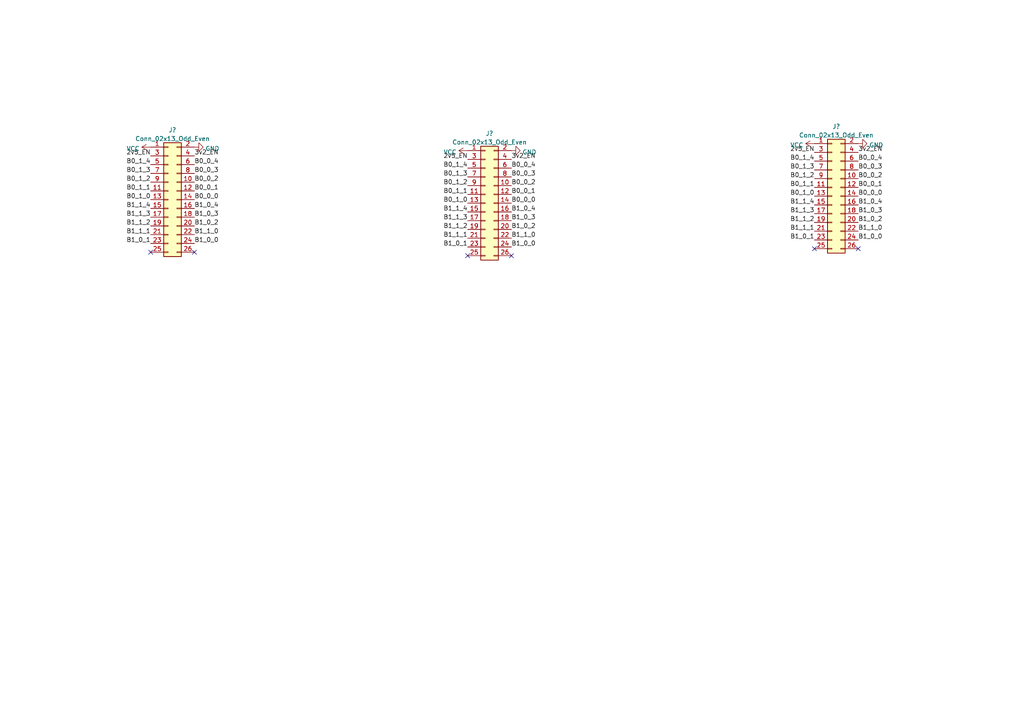
<source format=kicad_sch>
(kicad_sch (version 20211123) (generator eeschema)
  (paper "A4")
  (lib_symbols
    (symbol "Connector_Generic:Conn_02x13_Odd_Even" (pin_names (offset 1.016) hide)
      (property "Reference" "J" (at 1.27 17.78 0))
      (property "Value" "Conn_02x13_Odd_Even" (at 1.27 -17.78 0))
      (symbol "Conn_02x13_Odd_Even_1_1"
        (rectangle (start -1.27 -15.113) (end 0 -15.367) (stroke (width 0.1524)))
        (rectangle (start -1.27 -12.573) (end 0 -12.827) (stroke (width 0.1524)))
        (rectangle (start -1.27 -10.033) (end 0 -10.287) (stroke (width 0.1524)))
        (rectangle (start -1.27 -7.493) (end 0 -7.747) (stroke (width 0.1524)))
        (rectangle (start -1.27 -4.953) (end 0 -5.207) (stroke (width 0.1524)))
        (rectangle (start -1.27 -2.413) (end 0 -2.667) (stroke (width 0.1524)))
        (rectangle (start -1.27 0.127) (end 0 -0.127) (stroke (width 0.1524)))
        (rectangle (start -1.27 2.667) (end 0 2.413) (stroke (width 0.1524)))
        (rectangle (start -1.27 5.207) (end 0 4.953) (stroke (width 0.1524)))
        (rectangle (start -1.27 7.747) (end 0 7.493) (stroke (width 0.1524)))
        (rectangle (start -1.27 10.287) (end 0 10.033) (stroke (width 0.1524)))
        (rectangle (start -1.27 12.827) (end 0 12.573) (stroke (width 0.1524)))
        (rectangle (start -1.27 15.367) (end 0 15.113) (stroke (width 0.1524)))
        (rectangle (start -1.27 16.51) (end 3.81 -16.51) (stroke (width 0.254)) (fill (type background)))
        (rectangle (start 3.81 -15.113) (end 2.54 -15.367) (stroke (width 0.1524)))
        (rectangle (start 3.81 -12.573) (end 2.54 -12.827) (stroke (width 0.1524)))
        (rectangle (start 3.81 -10.033) (end 2.54 -10.287) (stroke (width 0.1524)))
        (rectangle (start 3.81 -7.493) (end 2.54 -7.747) (stroke (width 0.1524)))
        (rectangle (start 3.81 -4.953) (end 2.54 -5.207) (stroke (width 0.1524)))
        (rectangle (start 3.81 -2.413) (end 2.54 -2.667) (stroke (width 0.1524)))
        (rectangle (start 3.81 0.127) (end 2.54 -0.127) (stroke (width 0.1524)))
        (rectangle (start 3.81 2.667) (end 2.54 2.413) (stroke (width 0.1524)))
        (rectangle (start 3.81 5.207) (end 2.54 4.953) (stroke (width 0.1524)))
        (rectangle (start 3.81 7.747) (end 2.54 7.493) (stroke (width 0.1524)))
        (rectangle (start 3.81 10.287) (end 2.54 10.033) (stroke (width 0.1524)))
        (rectangle (start 3.81 12.827) (end 2.54 12.573) (stroke (width 0.1524)))
        (rectangle (start 3.81 15.367) (end 2.54 15.113) (stroke (width 0.1524)))
        (pin passive line (at -5.08 15.24 0) (length 3.81) (name "Pin_1") (number "1"))
        (pin passive line (at 7.62 5.08 180) (length 3.81) (name "Pin_10") (number "10"))
        (pin passive line (at -5.08 2.54 0) (length 3.81) (name "Pin_11") (number "11"))
        (pin passive line (at 7.62 2.54 180) (length 3.81) (name "Pin_12") (number "12"))
        (pin passive line (at -5.08 0 0) (length 3.81) (name "Pin_13") (number "13"))
        (pin passive line (at 7.62 0 180) (length 3.81) (name "Pin_14") (number "14"))
        (pin passive line (at -5.08 -2.54 0) (length 3.81) (name "Pin_15") (number "15"))
        (pin passive line (at 7.62 -2.54 180) (length 3.81) (name "Pin_16") (number "16"))
        (pin passive line (at -5.08 -5.08 0) (length 3.81) (name "Pin_17") (number "17"))
        (pin passive line (at 7.62 -5.08 180) (length 3.81) (name "Pin_18") (number "18"))
        (pin passive line (at -5.08 -7.62 0) (length 3.81) (name "Pin_19") (number "19"))
        (pin passive line (at 7.62 15.24 180) (length 3.81) (name "Pin_2") (number "2"))
        (pin passive line (at 7.62 -7.62 180) (length 3.81) (name "Pin_20") (number "20"))
        (pin passive line (at -5.08 -10.16 0) (length 3.81) (name "Pin_21") (number "21"))
        (pin passive line (at 7.62 -10.16 180) (length 3.81) (name "Pin_22") (number "22"))
        (pin passive line (at -5.08 -12.7 0) (length 3.81) (name "Pin_23") (number "23"))
        (pin passive line (at 7.62 -12.7 180) (length 3.81) (name "Pin_24") (number "24"))
        (pin passive line (at -5.08 -15.24 0) (length 3.81) (name "Pin_25") (number "25"))
        (pin passive line (at 7.62 -15.24 180) (length 3.81) (name "Pin_26") (number "26"))
        (pin passive line (at -5.08 12.7 0) (length 3.81) (name "Pin_3") (number "3"))
        (pin passive line (at 7.62 12.7 180) (length 3.81) (name "Pin_4") (number "4"))
        (pin passive line (at -5.08 10.16 0) (length 3.81) (name "Pin_5") (number "5"))
        (pin passive line (at 7.62 10.16 180) (length 3.81) (name "Pin_6") (number "6"))
        (pin passive line (at -5.08 7.62 0) (length 3.81) (name "Pin_7") (number "7"))
        (pin passive line (at 7.62 7.62 180) (length 3.81) (name "Pin_8") (number "8"))
        (pin passive line (at -5.08 5.08 0) (length 3.81) (name "Pin_9") (number "9"))
      )
    )
    (symbol "power:GND" (power) (pin_names (offset 0))
      (property "Value" "GND" (at 0 -3.81 0))
      (symbol "GND_0_1"
        (polyline (pts (xy 0 0) (xy 0 -1.27) (xy 1.27 -1.27) (xy 0 -2.54) (xy -1.27 -1.27) (xy 0 -1.27)))
      )
      (symbol "GND_1_1"
        (pin power_in line (at 0 0 270) (length 0) hide (name "GND") (number "1"))
      )
    )
    (symbol "power:VCC" (power) (pin_names (offset 0))
      (property "Value" "VCC" (at 0 3.81 0))
      (symbol "VCC_0_1"
        (polyline (pts (xy -0.762 1.27) (xy 0 2.54)))
        (polyline (pts (xy 0 0) (xy 0 2.54)))
        (polyline (pts (xy 0 2.54) (xy 0.762 1.27)))
      )
      (symbol "VCC_1_1"
        (pin power_in line (at 0 0 90) (length 0) hide (name "VCC") (number "1"))
      )
    )
  )
  (no_connect (at 236.22 72.136))
  (no_connect (at 135.636 74.168))
  (no_connect (at 56.388 73.152))
  (no_connect (at 248.92 72.136))
  (no_connect (at 148.336 74.168))
  (no_connect (at 43.688 73.152))
  (label "B1_1_1" (at 236.22 67.056 180))
  (label "3v2_EN" (at 56.388 45.212 0))
  (label "B1_1_1" (at 135.636 69.088 180))
  (label "B0_1_2" (at 43.688 52.832 180))
  (label "B0_1_4" (at 135.636 48.768 180))
  (label "B0_0_3" (at 248.92 49.276 0))
  (label "B0_0_0" (at 56.388 57.912 0))
  (label "3v2_EN" (at 248.92 44.196 0))
  (label "B1_0_4" (at 56.388 60.452 0))
  (label "B1_0_0" (at 248.92 69.596 0))
  (label "B0_0_4" (at 56.388 47.752 0))
  (label "2v5_EN" (at 236.22 44.196 180))
  (label "B0_1_1" (at 236.22 54.356 180))
  (label "B0_0_1" (at 248.92 54.356 0))
  (label "B1_1_0" (at 56.388 68.072 0))
  (label "B0_0_3" (at 148.336 51.308 0))
  (label "B1_1_2" (at 43.688 65.532 180))
  (label "B1_0_2" (at 248.92 64.516 0))
  (label "B0_0_3" (at 56.388 50.292 0))
  (label "B0_1_3" (at 135.636 51.308 180))
  (label "B0_0_4" (at 248.92 46.736 0))
  (label "B0_0_1" (at 56.388 55.372 0))
  (label "B0_0_2" (at 148.336 53.848 0))
  (label "B1_1_3" (at 135.636 64.008 180))
  (label "B1_0_4" (at 248.92 59.436 0))
  (label "2v5_EN" (at 135.636 46.228 180))
  (label "B0_1_4" (at 236.22 46.736 180))
  (label "2v5_EN" (at 43.688 45.212 180))
  (label "B1_0_3" (at 148.336 64.008 0))
  (label "B1_0_1" (at 43.688 70.612 180))
  (label "B1_0_4" (at 148.336 61.468 0))
  (label "B0_1_4" (at 43.688 47.752 180))
  (label "B1_1_0" (at 248.92 67.056 0))
  (label "B1_1_4" (at 135.636 61.468 180))
  (label "B1_1_2" (at 236.22 64.516 180))
  (label "B0_1_1" (at 43.688 55.372 180))
  (label "B1_1_3" (at 236.22 61.976 180))
  (label "B0_0_0" (at 248.92 56.896 0))
  (label "B0_0_2" (at 56.388 52.832 0))
  (label "B1_1_4" (at 43.688 60.452 180))
  (label "B0_0_2" (at 248.92 51.816 0))
  (label "B1_1_1" (at 43.688 68.072 180))
  (label "B0_1_1" (at 135.636 56.388 180))
  (label "B0_1_0" (at 135.636 58.928 180))
  (label "B1_0_2" (at 56.388 65.532 0))
  (label "B0_0_4" (at 148.336 48.768 0))
  (label "B0_0_0" (at 148.336 58.928 0))
  (label "B1_0_2" (at 148.336 66.548 0))
  (label "B1_1_2" (at 135.636 66.548 180))
  (label "B0_1_3" (at 43.688 50.292 180))
  (label "B0_1_0" (at 43.688 57.912 180))
  (label "B1_0_1" (at 236.22 69.596 180))
  (label "B0_1_3" (at 236.22 49.276 180))
  (label "B1_0_3" (at 56.388 62.992 0))
  (label "B0_1_2" (at 135.636 53.848 180))
  (label "B1_0_0" (at 56.388 70.612 0))
  (label "B0_1_0" (at 236.22 56.896 180))
  (label "B1_1_3" (at 43.688 62.992 180))
  (label "B0_0_1" (at 148.336 56.388 0))
  (label "B1_0_3" (at 248.92 61.976 0))
  (label "B1_1_0" (at 148.336 69.088 0))
  (label "B1_1_4" (at 236.22 59.436 180))
  (label "3v2_EN" (at 148.336 46.228 0))
  (label "B1_0_0" (at 148.336 71.628 0))
  (label "B1_0_1" (at 135.636 71.628 180))
  (label "B0_1_2" (at 236.22 51.816 180))
  (symbol (lib_id "Connector_Generic:Conn_02x13_Odd_Even") (at 241.3 56.896 0) (unit 1)
    (property "Reference" "J?" (at 242.57 36.6862 0))
    (property "Value" "Conn_02x13_Odd_Even" (at 242.57 39.2231 0))
    (property "Footprint" "Connector_PinHeader_1.27mm:PinHeader_2x13_P1.27mm_Vertical" (effects hide))
  )
  (symbol (lib_id "Connector_Generic:Conn_02x13_Odd_Even") (at 140.716 58.928 0) (unit 1)
    (property "Reference" "J?" (at 141.986 38.7182 0))
    (property "Value" "Conn_02x13_Odd_Even" (at 141.986 41.2551 0))
    (property "Footprint" "Connector_PinHeader_1.27mm:PinHeader_2x13_P1.27mm_Vertical" (effects hide))
  )
  (symbol (lib_id "power:GND") (at 248.92 41.656 90) (unit 1)
    (property "Reference" "#PWR?" (effects hide))
    (property "Value" "GND" (at 252.095 42.0898 90) (effects (justify right)))
  )
  (symbol (lib_id "power:GND") (at 148.336 43.688 90) (unit 1)
    (property "Reference" "#PWR?" (effects hide))
    (property "Value" "GND" (at 151.511 44.1218 90) (effects (justify right)))
  )
  (symbol (lib_id "power:GND") (at 56.388 42.672 90) (unit 1)
    (property "Reference" "#PWR?" (effects hide))
    (property "Value" "GND" (at 59.563 43.1058 90) (effects (justify right)))
  )
  (symbol (lib_id "power:VCC") (at 43.688 42.672 90) (unit 1)
    (property "Reference" "#PWR?" (effects hide))
    (property "Value" "VCC" (at 40.513 43.1058 90) (effects (justify left)))
  )
  (symbol (lib_id "power:VCC") (at 236.22 41.656 90) (unit 1)
    (property "Reference" "#PWR?" (effects hide))
    (property "Value" "VCC" (at 233.045 42.0898 90) (effects (justify left)))
  )
  (symbol (lib_id "power:VCC") (at 135.636 43.688 90) (unit 1)
    (property "Reference" "#PWR?" (effects hide))
    (property "Value" "VCC" (at 132.461 44.1218 90) (effects (justify left)))
  )
  (symbol (lib_id "Connector_Generic:Conn_02x13_Odd_Even") (at 48.768 57.912 0) (unit 1)
    (property "Reference" "J?" (at 50.038 37.7022 0))
    (property "Value" "Conn_02x13_Odd_Even" (at 50.038 40.2391 0))
    (property "Footprint" "Connector_PinHeader_1.27mm:PinHeader_2x13_P1.27mm_Vertical" (effects hide))
  )
)
</source>
